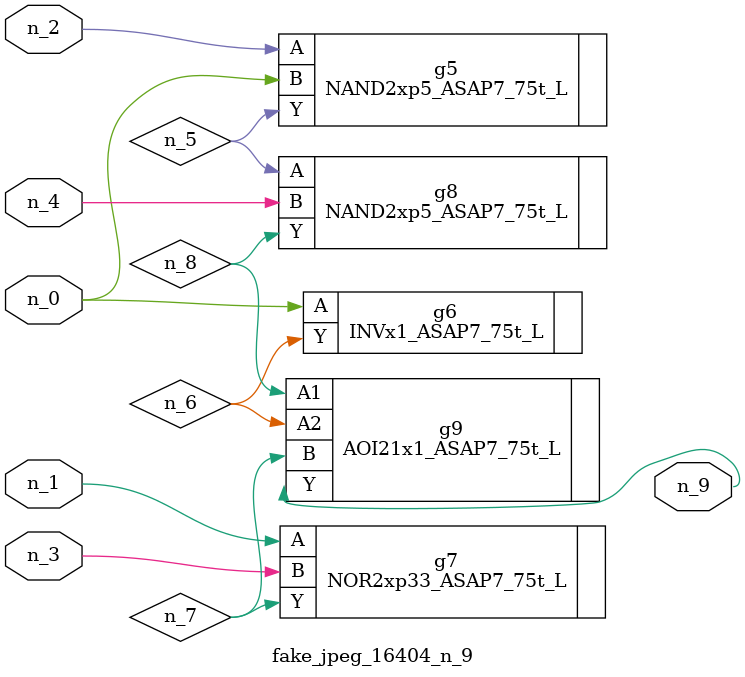
<source format=v>
module fake_jpeg_16404_n_9 (n_3, n_2, n_1, n_0, n_4, n_9);

input n_3;
input n_2;
input n_1;
input n_0;
input n_4;

output n_9;

wire n_8;
wire n_6;
wire n_5;
wire n_7;

NAND2xp5_ASAP7_75t_L g5 ( 
.A(n_2),
.B(n_0),
.Y(n_5)
);

INVx1_ASAP7_75t_L g6 ( 
.A(n_0),
.Y(n_6)
);

NOR2xp33_ASAP7_75t_L g7 ( 
.A(n_1),
.B(n_3),
.Y(n_7)
);

NAND2xp5_ASAP7_75t_L g8 ( 
.A(n_5),
.B(n_4),
.Y(n_8)
);

AOI21x1_ASAP7_75t_L g9 ( 
.A1(n_8),
.A2(n_6),
.B(n_7),
.Y(n_9)
);


endmodule
</source>
